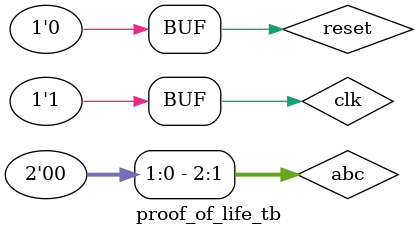
<source format=sv>
module proof_of_life(//input logic clk, 
					input logic areset,
                    output logic r1, g1, b1, r2, g2, b2,
                    output logic [2:0] abc,
                    output logic oclk, lat, oe);
					
		logic reset;
		assign reset = ~areset;
		logic hclk;
		
		lsoscillator myOSC(clk);
		
		
        assign oclk = clk;
        assign r1 = counter[0];
		assign g1 = counter[4];
		assign b1 = counter[7];
	
        assign {r2, g2, b2} = abc;


        logic [7:0] counter;

        typedef enum logic [4:0] {loadRow, enableRow, error } statetype;
        statetype state, nextstate;

        //flops
        always_ff @(posedge clk) begin
			if (reset) begin
				counter <= 0;
				state <= loadRow;
				abc <= 3'b110;
			end
			else if (state == enableRow) begin
				counter <= 0;
				state <= nextstate;
				abc <= abc + 1;
				
			end
			else begin
				counter <= counter + 1;
				state <= nextstate;
			end
		end
        

        // next state logic
        always_comb begin
        case (state)
            loadRow: begin
					if (counter < 32) 	nextstate = loadRow;
                    else 				nextstate = enableRow;
			end
            enableRow: nextstate = loadRow;
            error: nextstate = error;
            default: nextstate = error;
        endcase
        end

        // output logic
        always_comb begin
            oe = (state == enableRow);
            lat = (state == loadRow);
         end


    

endmodule


module proof_of_life_tb();
    logic clk, reset;
    logic r1, g1, b1, r2, g2, b2;
    logic [2:0] abc;
    logic oclk, lat, oe;

    proof_of_life dut(clk, reset, r1, g1, b1, r2, g2, b2, abc, oclk, lat, oe);

    always begin
            clk = 1'b0; #5;
            clk = 1'b1; #5;
    end

    initial begin
        reset = 1; #10; reset = 0;
        #500;
    end




endmodule
</source>
